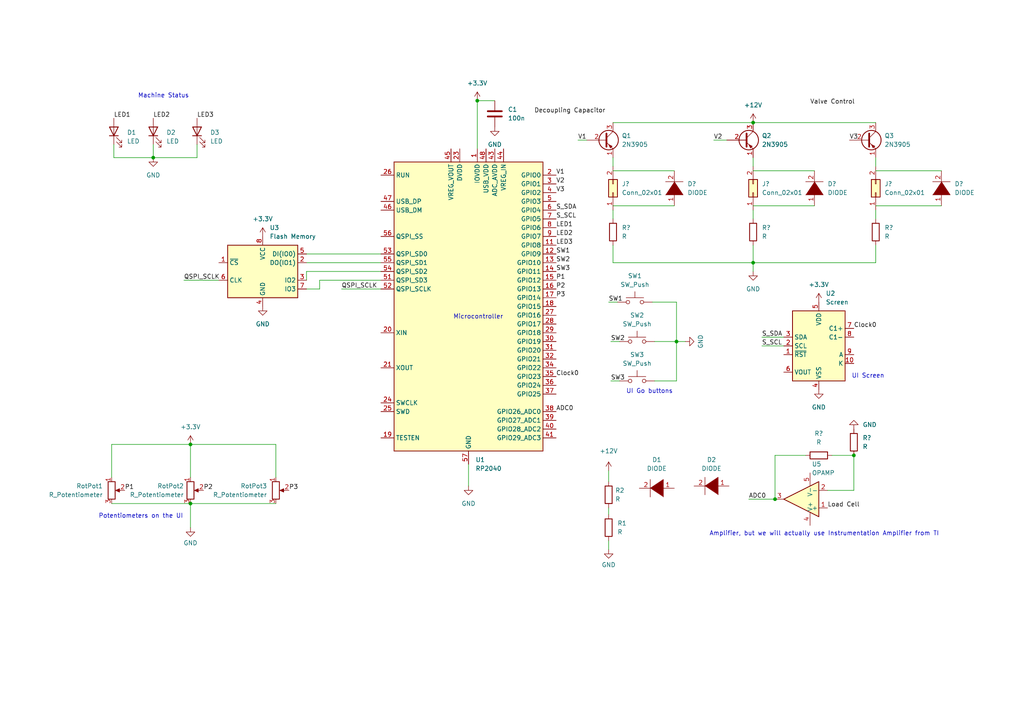
<source format=kicad_sch>
(kicad_sch (version 20211123) (generator eeschema)
  (paper "A4")
  (lib_symbols
    (symbol "Connector_Generic:Conn_02x01" (pin_names (offset 1.016) hide)
      (property "Reference" "J" (at 1.27 2.54 0))
      (property "Value" "Conn_02x01" (at 1.27 -2.54 0))
      (symbol "Conn_02x01_1_1"
        (rectangle (start -1.27 0.127) (end 0 -0.127) (stroke (width 0.1524)))
        (rectangle (start -1.27 1.27) (end 3.81 -1.27) (stroke (width 0.254)) (fill (type background)))
        (rectangle (start 3.81 0.127) (end 2.54 -0.127) (stroke (width 0.1524)))
        (pin passive line (at -5.08 0 0) (length 3.81) (name "Pin_1") (number "1"))
        (pin passive line (at 7.62 0 180) (length 3.81) (name "Pin_2") (number "2"))
      )
    )
    (symbol "Device:C" (pin_numbers hide) (pin_names (offset 0.254))
      (property "Reference" "C" (at 0.635 2.54 0))
      (property "Value" "C" (at 0.635 -2.54 0))
      (symbol "C_0_1"
        (polyline (pts (xy -2.032 -0.762) (xy 2.032 -0.762)) (stroke (width 0.508)))
        (polyline (pts (xy -2.032 0.762) (xy 2.032 0.762)) (stroke (width 0.508)))
      )
      (symbol "C_1_1"
        (pin passive line (at 0 3.81 270) (length 2.794) (name "~") (number "1"))
        (pin passive line (at 0 -3.81 90) (length 2.794) (name "~") (number "2"))
      )
    )
    (symbol "Device:LED" (pin_numbers hide) (pin_names (offset 1.016) hide)
      (property "Reference" "D" (at 0 2.54 0))
      (property "Value" "LED" (at 0 -2.54 0))
      (symbol "LED_0_1"
        (polyline (pts (xy -1.27 -1.27) (xy -1.27 1.27)) (stroke (width 0.254)))
        (polyline (pts (xy -1.27 0) (xy 1.27 0)))
        (polyline (pts (xy 1.27 -1.27) (xy 1.27 1.27) (xy -1.27 0) (xy 1.27 -1.27)) (stroke (width 0.254)))
        (polyline (pts (xy -3.048 -0.762) (xy -4.572 -2.286) (xy -3.81 -2.286) (xy -4.572 -2.286) (xy -4.572 -1.524)))
        (polyline (pts (xy -1.778 -0.762) (xy -3.302 -2.286) (xy -2.54 -2.286) (xy -3.302 -2.286) (xy -3.302 -1.524)))
      )
      (symbol "LED_1_1"
        (pin passive line (at -3.81 0 0) (length 2.54) (name "K") (number "1"))
        (pin passive line (at 3.81 0 180) (length 2.54) (name "A") (number "2"))
      )
    )
    (symbol "Device:R" (pin_numbers hide) (pin_names (offset 0))
      (property "Reference" "R" (at 2.032 0 90))
      (property "Value" "R" (at 0 0 90))
      (symbol "R_0_1"
        (rectangle (start -1.016 -2.54) (end 1.016 2.54) (stroke (width 0.254)))
      )
      (symbol "R_1_1"
        (pin passive line (at 0 3.81 270) (length 1.27) (name "~") (number "1"))
        (pin passive line (at 0 -3.81 90) (length 1.27) (name "~") (number "2"))
      )
    )
    (symbol "Device:R_Potentiometer" (pin_names (offset 1.016) hide)
      (property "Reference" "RV" (at -4.445 0 90))
      (property "Value" "R_Potentiometer" (at -2.54 0 90))
      (symbol "R_Potentiometer_0_1"
        (polyline (pts (xy 2.54 0) (xy 1.524 0)))
        (polyline (pts (xy 1.143 0) (xy 2.286 0.508) (xy 2.286 -0.508) (xy 1.143 0)) (fill (type outline)))
        (rectangle (start 1.016 2.54) (end -1.016 -2.54) (stroke (width 0.254)))
      )
      (symbol "R_Potentiometer_1_1"
        (pin passive line (at 0 3.81 270) (length 1.27) (name "1") (number "1"))
        (pin passive line (at 3.81 0 180) (length 1.27) (name "2") (number "2"))
        (pin passive line (at 0 -3.81 90) (length 1.27) (name "3") (number "3"))
      )
    )
    (symbol "Display_Character:NHD-C0220BIZ"
      (property "Reference" "U" (at -6.35 11.43 0))
      (property "Value" "NHD-C0220BIZ" (at 8.89 11.43 0))
      (symbol "NHD-C0220BIZ_0_1"
        (rectangle (start -7.62 10.16) (end 7.62 -10.16) (stroke (width 0.254)) (fill (type background)))
      )
      (symbol "NHD-C0220BIZ_1_1"
        (pin input line (at -10.16 -2.54 0) (length 2.54) (name "~{RST}") (number "1"))
        (pin passive line (at 10.16 -5.08 180) (length 2.54) (name "K") (number "10"))
        (pin input line (at -10.16 0 0) (length 2.54) (name "SCL") (number "2"))
        (pin bidirectional line (at -10.16 2.54 0) (length 2.54) (name "SDA") (number "3"))
        (pin power_in line (at 0 -12.7 90) (length 2.54) (name "VSS") (number "4"))
        (pin power_in line (at 0 12.7 270) (length 2.54) (name "VDD") (number "5"))
        (pin passive line (at -10.16 -7.62 0) (length 2.54) (name "VOUT") (number "6"))
        (pin passive line (at 10.16 5.08 180) (length 2.54) (name "C1+") (number "7"))
        (pin passive line (at 10.16 2.54 180) (length 2.54) (name "C1-") (number "8"))
        (pin passive line (at 10.16 -2.54 180) (length 2.54) (name "A") (number "9"))
      )
    )
    (symbol "MCU_RaspberryPi:RP2040"
      (property "Reference" "U" (at 17.78 45.72 0))
      (property "Value" "RP2040" (at 17.78 43.18 0))
      (symbol "RP2040_0_1"
        (rectangle (start -21.59 41.91) (end 21.59 -41.91) (stroke (width 0.254)) (fill (type background)))
      )
      (symbol "RP2040_1_1"
        (pin power_in line (at 2.54 45.72 270) (length 3.81) (name "IOVDD") (number "1"))
        (pin passive line (at 2.54 45.72 270) (length 3.81) hide (name "IOVDD") (number "10"))
        (pin bidirectional line (at 25.4 17.78 180) (length 3.81) (name "GPIO8") (number "11"))
        (pin bidirectional line (at 25.4 15.24 180) (length 3.81) (name "GPIO9") (number "12"))
        (pin bidirectional line (at 25.4 12.7 180) (length 3.81) (name "GPIO10") (number "13"))
        (pin bidirectional line (at 25.4 10.16 180) (length 3.81) (name "GPIO11") (number "14"))
        (pin bidirectional line (at 25.4 7.62 180) (length 3.81) (name "GPIO12") (number "15"))
        (pin bidirectional line (at 25.4 5.08 180) (length 3.81) (name "GPIO13") (number "16"))
        (pin bidirectional line (at 25.4 2.54 180) (length 3.81) (name "GPIO14") (number "17"))
        (pin bidirectional line (at 25.4 0 180) (length 3.81) (name "GPIO15") (number "18"))
        (pin input line (at -25.4 -38.1 0) (length 3.81) (name "TESTEN") (number "19"))
        (pin bidirectional line (at 25.4 38.1 180) (length 3.81) (name "GPIO0") (number "2"))
        (pin input line (at -25.4 -7.62 0) (length 3.81) (name "XIN") (number "20"))
        (pin passive line (at -25.4 -17.78 0) (length 3.81) (name "XOUT") (number "21"))
        (pin passive line (at 2.54 45.72 270) (length 3.81) hide (name "IOVDD") (number "22"))
        (pin power_in line (at -2.54 45.72 270) (length 3.81) (name "DVDD") (number "23"))
        (pin output line (at -25.4 -27.94 0) (length 3.81) (name "SWCLK") (number "24"))
        (pin bidirectional line (at -25.4 -30.48 0) (length 3.81) (name "SWD") (number "25"))
        (pin input line (at -25.4 38.1 0) (length 3.81) (name "RUN") (number "26"))
        (pin bidirectional line (at 25.4 -2.54 180) (length 3.81) (name "GPIO16") (number "27"))
        (pin bidirectional line (at 25.4 -5.08 180) (length 3.81) (name "GPIO17") (number "28"))
        (pin bidirectional line (at 25.4 -7.62 180) (length 3.81) (name "GPIO18") (number "29"))
        (pin bidirectional line (at 25.4 35.56 180) (length 3.81) (name "GPIO1") (number "3"))
        (pin bidirectional line (at 25.4 -10.16 180) (length 3.81) (name "GPIO19") (number "30"))
        (pin bidirectional line (at 25.4 -12.7 180) (length 3.81) (name "GPIO20") (number "31"))
        (pin bidirectional line (at 25.4 -15.24 180) (length 3.81) (name "GPIO21") (number "32"))
        (pin passive line (at 2.54 45.72 270) (length 3.81) hide (name "IOVDD") (number "33"))
        (pin bidirectional line (at 25.4 -17.78 180) (length 3.81) (name "GPIO22") (number "34"))
        (pin bidirectional line (at 25.4 -20.32 180) (length 3.81) (name "GPIO23") (number "35"))
        (pin bidirectional line (at 25.4 -22.86 180) (length 3.81) (name "GPIO24") (number "36"))
        (pin bidirectional line (at 25.4 -25.4 180) (length 3.81) (name "GPIO25") (number "37"))
        (pin bidirectional line (at 25.4 -30.48 180) (length 3.81) (name "GPIO26_ADC0") (number "38"))
        (pin bidirectional line (at 25.4 -33.02 180) (length 3.81) (name "GPIO27_ADC1") (number "39"))
        (pin bidirectional line (at 25.4 33.02 180) (length 3.81) (name "GPIO2") (number "4"))
        (pin bidirectional line (at 25.4 -35.56 180) (length 3.81) (name "GPIO28_ADC2") (number "40"))
        (pin bidirectional line (at 25.4 -38.1 180) (length 3.81) (name "GPIO29_ADC3") (number "41"))
        (pin passive line (at 2.54 45.72 270) (length 3.81) hide (name "IOVDD") (number "42"))
        (pin power_in line (at 7.62 45.72 270) (length 3.81) (name "ADC_AVDD") (number "43"))
        (pin power_in line (at 10.16 45.72 270) (length 3.81) (name "VREG_IN") (number "44"))
        (pin power_out line (at -5.08 45.72 270) (length 3.81) (name "VREG_VOUT") (number "45"))
        (pin bidirectional line (at -25.4 27.94 0) (length 3.81) (name "USB_DM") (number "46"))
        (pin bidirectional line (at -25.4 30.48 0) (length 3.81) (name "USB_DP") (number "47"))
        (pin power_in line (at 5.08 45.72 270) (length 3.81) (name "USB_VDD") (number "48"))
        (pin passive line (at 2.54 45.72 270) (length 3.81) hide (name "IOVDD") (number "49"))
        (pin bidirectional line (at 25.4 30.48 180) (length 3.81) (name "GPIO3") (number "5"))
        (pin passive line (at -2.54 45.72 270) (length 3.81) hide (name "DVDD") (number "50"))
        (pin bidirectional line (at -25.4 7.62 0) (length 3.81) (name "QSPI_SD3") (number "51"))
        (pin output line (at -25.4 5.08 0) (length 3.81) (name "QSPI_SCLK") (number "52"))
        (pin bidirectional line (at -25.4 15.24 0) (length 3.81) (name "QSPI_SD0") (number "53"))
        (pin bidirectional line (at -25.4 10.16 0) (length 3.81) (name "QSPI_SD2") (number "54"))
        (pin bidirectional line (at -25.4 12.7 0) (length 3.81) (name "QSPI_SD1") (number "55"))
        (pin bidirectional line (at -25.4 20.32 0) (length 3.81) (name "QSPI_SS") (number "56"))
        (pin power_in line (at 0 -45.72 90) (length 3.81) (name "GND") (number "57"))
        (pin bidirectional line (at 25.4 27.94 180) (length 3.81) (name "GPIO4") (number "6"))
        (pin bidirectional line (at 25.4 25.4 180) (length 3.81) (name "GPIO5") (number "7"))
        (pin bidirectional line (at 25.4 22.86 180) (length 3.81) (name "GPIO6") (number "8"))
        (pin bidirectional line (at 25.4 20.32 180) (length 3.81) (name "GPIO7") (number "9"))
      )
    )
    (symbol "Memory_Flash:W25Q32JVSS"
      (property "Reference" "U" (at -8.89 8.89 0))
      (property "Value" "W25Q32JVSS" (at 7.62 8.89 0))
      (symbol "W25Q32JVSS_0_1"
        (rectangle (start -10.16 7.62) (end 10.16 -7.62) (stroke (width 0.254)) (fill (type background)))
      )
      (symbol "W25Q32JVSS_1_1"
        (pin input line (at -12.7 2.54 0) (length 2.54) (name "~{CS}") (number "1"))
        (pin bidirectional line (at 12.7 2.54 180) (length 2.54) (name "DO(IO1)") (number "2"))
        (pin bidirectional line (at 12.7 -2.54 180) (length 2.54) (name "IO2") (number "3"))
        (pin power_in line (at 0 -10.16 90) (length 2.54) (name "GND") (number "4"))
        (pin bidirectional line (at 12.7 5.08 180) (length 2.54) (name "DI(IO0)") (number "5"))
        (pin input line (at -12.7 -2.54 0) (length 2.54) (name "CLK") (number "6"))
        (pin bidirectional line (at 12.7 -5.08 180) (length 2.54) (name "IO3") (number "7"))
        (pin power_in line (at 0 10.16 270) (length 2.54) (name "VCC") (number "8"))
      )
    )
    (symbol "Switch:SW_Push" (pin_numbers hide) (pin_names (offset 1.016) hide)
      (property "Reference" "SW" (at 1.27 2.54 0))
      (property "Value" "SW_Push" (at 0 -1.524 0))
      (symbol "SW_Push_0_1"
        (circle (center -2.032 0) (radius 0.508))
        (polyline (pts (xy 0 1.27) (xy 0 3.048)))
        (polyline (pts (xy 2.54 1.27) (xy -2.54 1.27)))
        (circle (center 2.032 0) (radius 0.508))
        (pin passive line (at -5.08 0 0) (length 2.54) (name "1") (number "1"))
        (pin passive line (at 5.08 0 180) (length 2.54) (name "2") (number "2"))
      )
    )
    (symbol "Transistor_BJT:2N3905" (pin_names (offset 0) hide)
      (property "Reference" "Q" (at 5.08 1.905 0))
      (property "Value" "2N3905" (at 5.08 0 0))
      (symbol "2N3905_0_1"
        (polyline (pts (xy 0.635 0.635) (xy 2.54 2.54)))
        (polyline (pts (xy 0.635 -0.635) (xy 2.54 -2.54) (xy 2.54 -2.54)))
        (polyline (pts (xy 0.635 1.905) (xy 0.635 -1.905) (xy 0.635 -1.905)) (stroke (width 0.508)))
        (polyline (pts (xy 2.286 -1.778) (xy 1.778 -2.286) (xy 1.27 -1.27) (xy 2.286 -1.778) (xy 2.286 -1.778)) (fill (type outline)))
        (circle (center 1.27 0) (radius 2.8194) (stroke (width 0.254)))
      )
      (symbol "2N3905_1_1"
        (pin passive line (at 2.54 -5.08 90) (length 2.54) (name "E") (number "1"))
        (pin input line (at -5.08 0 0) (length 5.715) (name "B") (number "2"))
        (pin passive line (at 2.54 5.08 270) (length 2.54) (name "C") (number "3"))
      )
    )
    (symbol "power:+12V" (power) (pin_names (offset 0))
      (property "Value" "+12V" (at 0 3.556 0))
      (symbol "+12V_0_1"
        (polyline (pts (xy -0.762 1.27) (xy 0 2.54)))
        (polyline (pts (xy 0 0) (xy 0 2.54)))
        (polyline (pts (xy 0 2.54) (xy 0.762 1.27)))
      )
      (symbol "+12V_1_1"
        (pin power_in line (at 0 0 90) (length 0) hide (name "+12V") (number "1"))
      )
    )
    (symbol "power:+3.3V" (power) (pin_names (offset 0))
      (property "Value" "+3.3V" (at 0 3.556 0))
      (symbol "+3.3V_0_1"
        (polyline (pts (xy -0.762 1.27) (xy 0 2.54)))
        (polyline (pts (xy 0 0) (xy 0 2.54)))
        (polyline (pts (xy 0 2.54) (xy 0.762 1.27)))
      )
      (symbol "+3.3V_1_1"
        (pin power_in line (at 0 0 90) (length 0) hide (name "+3.3V") (number "1"))
      )
    )
    (symbol "power:GND" (power) (pin_names (offset 0))
      (property "Value" "GND" (at 0 -3.81 0))
      (symbol "GND_0_1"
        (polyline (pts (xy 0 0) (xy 0 -1.27) (xy 1.27 -1.27) (xy 0 -2.54) (xy -1.27 -1.27) (xy 0 -1.27)))
      )
      (symbol "GND_1_1"
        (pin power_in line (at 0 0 270) (length 0) hide (name "GND") (number "1"))
      )
    )
    (symbol "pspice:DIODE" (pin_names (offset 1.016) hide)
      (property "Reference" "D" (at 0 3.81 0))
      (property "Value" "DIODE" (at 0 -4.445 0))
      (symbol "DIODE_0_1"
        (polyline (pts (xy 1.905 2.54) (xy 1.905 -2.54)))
        (polyline (pts (xy -1.905 2.54) (xy -1.905 -2.54) (xy 1.905 0)) (fill (type outline)))
      )
      (symbol "DIODE_1_1"
        (pin input line (at -5.08 0 0) (length 3.81) (name "K") (number "1"))
        (pin input line (at 5.08 0 180) (length 3.81) (name "A") (number "2"))
      )
    )
    (symbol "pspice:OPAMP" (pin_names (offset 0.254))
      (property "Reference" "U" (at 3.81 3.175 0))
      (property "Value" "OPAMP" (at 3.81 -3.175 0))
      (symbol "OPAMP_0_1"
        (polyline (pts (xy 5.08 0) (xy -5.08 5.08) (xy -5.08 -5.08) (xy 5.08 0)) (stroke (width 0.254)) (fill (type background)))
      )
      (symbol "OPAMP_1_1"
        (pin input line (at -7.62 2.54 0) (length 2.54) (name "+") (number "1"))
        (pin input line (at -7.62 -2.54 0) (length 2.54) (name "-") (number "2"))
        (pin output line (at 7.62 0 180) (length 2.54) (name "~") (number "3"))
        (pin power_in line (at -2.54 7.62 270) (length 3.81) (name "V+") (number "4"))
        (pin power_in line (at -2.54 -7.62 90) (length 3.81) (name "V-") (number "5"))
      )
    )
  )
  (junction (at 224.79 144.78))
  (junction (at 44.45 45.72))
  (junction (at 138.43 29.21))
  (junction (at 218.44 35.56))
  (junction (at 196.215 99.06))
  (junction (at 55.245 128.905))
  (junction (at 55.245 146.05))
  (junction (at 247.65 132.08))
  (junction (at 218.44 76.2))
  (wire (pts (xy 254 49.53) (xy 273.05 49.53)))
  (wire (pts (xy 55.245 146.05) (xy 55.245 153.035)))
  (wire (pts (xy 177.8 49.53) (xy 195.58 49.53)))
  (wire (pts (xy 177.165 99.06) (xy 179.705 99.06)))
  (wire (pts (xy 218.44 49.53) (xy 236.22 49.53)))
  (wire (pts (xy 88.9 73.66) (xy 110.49 73.66)))
  (wire (pts (xy 177.8 35.56) (xy 218.44 35.56)))
  (wire (pts (xy 138.43 29.21) (xy 138.43 43.18)))
  (wire (pts (xy 196.215 87.63) (xy 196.215 99.06)))
  (wire (pts (xy 196.215 99.06) (xy 198.755 99.06)))
  (wire (pts (xy 88.9 81.28) (xy 88.9 78.74)))
  (wire (pts (xy 254 76.2) (xy 254 71.12)))
  (wire (pts (xy 44.45 45.72) (xy 57.15 45.72)))
  (wire (pts (xy 189.865 110.49) (xy 196.215 110.49)))
  (wire (pts (xy 138.43 29.21) (xy 143.51 29.21)))
  (wire (pts (xy 32.385 128.905) (xy 55.245 128.905)))
  (wire (pts (xy 254 63.5) (xy 254 60.96)))
  (wire (pts (xy 32.385 138.43) (xy 32.385 128.905)))
  (wire (pts (xy 254 59.69) (xy 273.05 59.69)))
  (wire (pts (xy 254 48.26) (xy 254 45.72)))
  (wire (pts (xy 32.385 146.05) (xy 55.245 146.05)))
  (wire (pts (xy 55.245 128.905) (xy 55.245 138.43)))
  (wire (pts (xy 220.98 100.33) (xy 227.33 100.33)))
  (wire (pts (xy 218.44 48.26) (xy 218.44 45.72)))
  (wire (pts (xy 247.65 142.24) (xy 247.65 132.08)))
  (wire (pts (xy 220.98 97.79) (xy 227.33 97.79)))
  (wire (pts (xy 218.44 35.56) (xy 254 35.56)))
  (wire (pts (xy 196.215 110.49) (xy 196.215 99.06)))
  (wire (pts (xy 207.01 40.64) (xy 210.82 40.64)))
  (wire (pts (xy 135.89 140.97) (xy 135.89 134.62)))
  (wire (pts (xy 177.8 59.69) (xy 195.58 59.69)))
  (wire (pts (xy 177.8 48.26) (xy 177.8 45.72)))
  (wire (pts (xy 88.9 76.2) (xy 110.49 76.2)))
  (wire (pts (xy 177.8 76.2) (xy 177.8 71.12)))
  (wire (pts (xy 247.65 132.08) (xy 241.3 132.08)))
  (wire (pts (xy 189.23 87.63) (xy 196.215 87.63)))
  (wire (pts (xy 92.71 83.82) (xy 92.71 81.28)))
  (wire (pts (xy 233.68 132.08) (xy 224.79 132.08)))
  (wire (pts (xy 177.8 76.2) (xy 218.44 76.2)))
  (wire (pts (xy 218.44 78.74) (xy 218.44 76.2)))
  (wire (pts (xy 88.9 78.74) (xy 110.49 78.74)))
  (wire (pts (xy 217.17 144.78) (xy 224.79 144.78)))
  (wire (pts (xy 44.45 41.91) (xy 44.45 45.72)))
  (wire (pts (xy 240.03 142.24) (xy 247.65 142.24)))
  (wire (pts (xy 57.15 45.72) (xy 57.15 41.91)))
  (wire (pts (xy 55.245 146.05) (xy 80.01 146.05)))
  (wire (pts (xy 176.53 136.525) (xy 176.53 139.7)))
  (wire (pts (xy 33.02 45.72) (xy 44.45 45.72)))
  (wire (pts (xy 88.9 83.82) (xy 92.71 83.82)))
  (wire (pts (xy 218.44 76.2) (xy 218.44 71.12)))
  (wire (pts (xy 92.71 81.28) (xy 110.49 81.28)))
  (wire (pts (xy 176.53 156.845) (xy 176.53 159.385)))
  (wire (pts (xy 53.34 81.28) (xy 63.5 81.28)))
  (wire (pts (xy 80.01 128.905) (xy 55.245 128.905)))
  (wire (pts (xy 224.79 132.08) (xy 224.79 144.78)))
  (wire (pts (xy 33.02 41.91) (xy 33.02 45.72)))
  (wire (pts (xy 218.44 63.5) (xy 218.44 60.96)))
  (wire (pts (xy 80.01 138.43) (xy 80.01 128.905)))
  (wire (pts (xy 167.64 40.64) (xy 170.18 40.64)))
  (wire (pts (xy 177.8 63.5) (xy 177.8 60.96)))
  (wire (pts (xy 176.53 147.32) (xy 176.53 149.225)))
  (wire (pts (xy 218.44 76.2) (xy 254 76.2)))
  (wire (pts (xy 177.165 110.49) (xy 179.705 110.49)))
  (wire (pts (xy 176.53 87.63) (xy 179.07 87.63)))
  (wire (pts (xy 218.44 59.69) (xy 236.22 59.69)))
  (wire (pts (xy 196.215 99.06) (xy 189.865 99.06)))
  (wire (pts (xy 99.06 83.82) (xy 110.49 83.82)))
  (text "Machine Status\n" (at 40.005 28.575 0) (effects (font (size 1.27 1.27)) (justify left bottom)))
  (text "Microcontroller\n" (at 131.445 92.71 0) (effects (font (size 1.27 1.27)) (justify left bottom)))
  (text "We need:\n1. Voltage transformer\n2. Power supply " (at -26.035 64.77 0) (effects (font (size 1.27 1.27)) (justify left bottom)))
  (text "Potentiometers on the UI\n" (at 28.575 150.495 0) (effects (font (size 1.27 1.27)) (justify left bottom)))
  (text "UI Go buttons\n" (at 181.61 114.3 0) (effects (font (size 1.27 1.27)) (justify left bottom)))
  (text "UI Screen\n" (at 247.015 109.855 0) (effects (font (size 1.27 1.27)) (justify left bottom)))
  (text "Amplifier, but we will actually use Instrumentation Amplifier from TI" (at 205.74 155.575 0) (effects (font (size 1.27 1.27)) (justify left bottom)))
  (label "P2" (at 59.055 142.24 0))
  (label "LED1" (at 161.29 66.04 0))
  (label "SW2" (at 161.29 76.2 0))
  (label "P1" (at 36.195 142.24 0))
  (label "S_SCL" (at 161.29 63.5 0))
  (label "LED3" (at 57.15 34.29 0))
  (label "S_SCL" (at 220.98 100.33 0))
  (label "P2" (at 161.29 83.82 0))
  (label "SW1" (at 161.29 73.66 0))
  (label "V1" (at 167.64 40.64 0))
  (label "QSPI_SCLK" (at 53.34 81.28 0))
  (label "SW2" (at 177.165 99.06 0))
  (label "V3" (at 246.38 40.64 0))
  (label "LED1" (at 33.02 34.29 0))
  (label "V2" (at 207.01 40.64 0))
  (label "SW3" (at 161.29 78.74 0))
  (label "P1" (at 161.29 81.28 0))
  (label "P3" (at 161.29 86.36 0))
  (label "Clock0" (at 161.29 109.22 0))
  (label "Valve Control" (at 234.95 30.48 0))
  (label "S_SDA" (at 220.98 97.79 0))
  (label "Clock0" (at 247.65 95.25 0))
  (label "V3" (at 161.29 55.88 0))
  (label "ADC0" (at 217.17 144.78 0))
  (label "Decoupling Capacitor" (at 154.94 33.02 0))
  (label "LED2" (at 44.45 34.29 0))
  (label "LED2" (at 161.29 68.58 0))
  (label "SW1" (at 176.53 87.63 0))
  (label "LED3" (at 161.29 71.12 0))
  (label "S_SDA" (at 161.29 60.96 0))
  (label "QSPI_SCLK" (at 99.06 83.82 0))
  (label "V2" (at 161.29 53.34 0))
  (label "P3" (at 83.82 142.24 0))
  (label "Load Cell" (at 240.03 147.32 0))
  (label "SW3" (at 177.165 110.49 0))
  (label "V1" (at 161.29 50.8 0))
  (label "ADC0" (at 161.29 119.38 0))
  (symbol (lib_id "power:+3.3V") (at 237.49 87.63 0) (unit 1)
    (property "Reference" "#PWR?" (effects hide))
    (property "Value" "+3.3V" (at 237.49 82.55 0))
  )
  (symbol (lib_id "Device:R") (at 218.44 67.31 0) (unit 1)
    (property "Reference" "R?" (at 220.98 66.0399 0) (effects (justify left)))
    (property "Value" "R" (at 220.98 68.5799 0) (effects (justify left)))
  )
  (symbol (lib_id "Connector_Generic:Conn_02x01") (at 177.8 55.88 90) (unit 1)
    (property "Reference" "J?" (at 180.34 53.3399 90) (effects (justify right)))
    (property "Value" "Conn_02x01" (at 180.34 55.8799 90) (effects (justify right)))
  )
  (symbol (lib_id "Device:R") (at 176.53 153.035 0) (unit 1)
    (property "Reference" "R1" (at 179.07 151.7649 0) (effects (justify left)))
    (property "Value" "R" (at 179.07 154.3049 0) (effects (justify left)))
  )
  (symbol (lib_id "pspice:DIODE") (at 273.05 54.61 90) (unit 1)
    (property "Reference" "D?" (at 276.86 53.3399 90) (effects (justify right)))
    (property "Value" "DIODE" (at 276.86 55.8799 90) (effects (justify right)))
  )
  (symbol (lib_id "power:GND") (at 218.44 78.74 0) (unit 1)
    (property "Reference" "#PWR?" (effects hide))
    (property "Value" "GND" (at 218.44 83.82 0))
  )
  (symbol (lib_id "pspice:DIODE") (at 236.22 54.61 90) (unit 1)
    (property "Reference" "D?" (at 240.03 53.3399 90) (effects (justify right)))
    (property "Value" "DIODE" (at 240.03 55.8799 90) (effects (justify right)))
  )
  (symbol (lib_id "power:GND") (at 247.65 124.46 180) (unit 1)
    (property "Reference" "#PWR?" (effects hide))
    (property "Value" "GND" (at 250.19 123.1899 0) (effects (justify right)))
  )
  (symbol (lib_id "Transistor_BJT:2N3905") (at 251.46 40.64 0) (unit 1)
    (property "Reference" "Q3" (at 256.54 39.3699 0) (effects (justify left)))
    (property "Value" "2N3905" (at 256.54 41.9099 0) (effects (justify left)))
    (property "Footprint" "Package_TO_SOT_THT:TO-92_Inline" (effects hide))
    (property "Datasheet" "https://www.nteinc.com/specs/original/2N3905_06.pdf" (effects hide))
  )
  (symbol (lib_id "pspice:DIODE") (at 190.5 141.605 180) (unit 1)
    (property "Reference" "D1" (at 190.5 133.35 0))
    (property "Value" "DIODE" (at 190.5 135.89 0))
  )
  (symbol (lib_id "Connector_Generic:Conn_02x01") (at 218.44 55.88 90) (unit 1)
    (property "Reference" "J?" (at 220.98 53.3399 90) (effects (justify right)))
    (property "Value" "Conn_02x01" (at 220.98 55.8799 90) (effects (justify right)))
  )
  (symbol (lib_id "power:GND") (at 55.245 153.035 0) (unit 1)
    (property "Reference" "#PWR?" (effects hide))
    (property "Value" "GND" (at 55.245 157.48 0))
  )
  (symbol (lib_id "power:+12V") (at 218.44 35.56 0) (unit 1)
    (property "Reference" "#PWR?" (effects hide))
    (property "Value" "+12V" (at 218.44 30.48 0))
  )
  (symbol (lib_id "pspice:DIODE") (at 195.58 54.61 90) (unit 1)
    (property "Reference" "D?" (at 199.39 53.3399 90) (effects (justify right)))
    (property "Value" "DIODE" (at 199.39 55.8799 90) (effects (justify right)))
  )
  (symbol (lib_id "pspice:DIODE") (at 206.375 140.97 180) (unit 1)
    (property "Reference" "D2" (at 206.375 133.35 0))
    (property "Value" "DIODE" (at 206.375 135.89 0))
  )
  (symbol (lib_id "Transistor_BJT:2N3905") (at 175.26 40.64 0) (unit 1)
    (property "Reference" "Q1" (at 180.34 39.3699 0) (effects (justify left)))
    (property "Value" "2N3905" (at 180.34 41.9099 0) (effects (justify left)))
    (property "Footprint" "Package_TO_SOT_THT:TO-92_Inline" (effects hide))
    (property "Datasheet" "https://www.nteinc.com/specs/original/2N3905_06.pdf" (effects hide))
  )
  (symbol (lib_id "power:GND") (at 198.755 99.06 90) (unit 1)
    (property "Reference" "#PWR?" (effects hide))
    (property "Value" "GND" (at 203.2 99.06 0))
  )
  (symbol (lib_id "Device:R_Potentiometer") (at 80.01 142.24 0) (unit 1)
    (property "Reference" "RotPot3" (at 77.47 140.9699 0) (effects (justify right)))
    (property "Value" "R_Potentiometer" (at 77.47 143.5099 0) (effects (justify right)))
  )
  (symbol (lib_id "Device:R") (at 254 67.31 0) (unit 1)
    (property "Reference" "R?" (at 256.54 66.0399 0) (effects (justify left)))
    (property "Value" "R" (at 256.54 68.5799 0) (effects (justify left)))
  )
  (symbol (lib_id "power:+12V") (at 176.53 136.525 0) (unit 1)
    (property "Reference" "#PWR?" (effects hide))
    (property "Value" "+12V" (at 176.53 130.81 0))
  )
  (symbol (lib_id "Device:LED") (at 57.15 38.1 90) (unit 1)
    (property "Reference" "D3" (at 60.96 38.4174 90) (effects (justify right)))
    (property "Value" "LED" (at 60.96 40.9574 90) (effects (justify right)))
  )
  (symbol (lib_id "Switch:SW_Push") (at 184.785 99.06 0) (unit 1)
    (property "Reference" "SW2" (at 184.785 91.44 0))
    (property "Value" "SW_Push" (at 184.785 93.98 0))
  )
  (symbol (lib_id "Device:C") (at 143.51 33.02 0) (unit 1)
    (property "Reference" "C1" (at 147.32 31.7499 0) (effects (justify left)))
    (property "Value" "100n" (at 147.32 34.2899 0) (effects (justify left)))
  )
  (symbol (lib_id "Device:R_Potentiometer") (at 55.245 142.24 0) (unit 1)
    (property "Reference" "RotPot2" (at 53.34 140.9699 0) (effects (justify right)))
    (property "Value" "R_Potentiometer" (at 53.34 143.5099 0) (effects (justify right)))
  )
  (symbol (lib_id "power:GND") (at 237.49 113.03 0) (unit 1)
    (property "Reference" "#PWR?" (effects hide))
    (property "Value" "GND" (at 237.49 118.11 0))
  )
  (symbol (lib_id "power:GND") (at 76.2 88.9 0) (unit 1)
    (property "Reference" "#PWR?" (effects hide))
    (property "Value" "GND" (at 76.2 93.98 0))
  )
  (symbol (lib_id "Device:R") (at 237.49 132.08 270) (unit 1)
    (property "Reference" "R?" (at 237.49 125.73 90))
    (property "Value" "R" (at 237.49 128.27 90))
  )
  (symbol (lib_id "power:+3.3V") (at 55.245 128.905 0) (unit 1)
    (property "Reference" "#PWR?" (effects hide))
    (property "Value" "+3.3V" (at 55.245 123.825 0))
  )
  (symbol (lib_id "Device:R") (at 177.8 67.31 0) (unit 1)
    (property "Reference" "R?" (at 180.34 66.0399 0) (effects (justify left)))
    (property "Value" "R" (at 180.34 68.5799 0) (effects (justify left)))
  )
  (symbol (lib_id "Switch:SW_Push") (at 184.15 87.63 0) (unit 1)
    (property "Reference" "SW1" (at 184.15 80.01 0))
    (property "Value" "SW_Push" (at 184.15 82.55 0))
  )
  (symbol (lib_id "Switch:SW_Push") (at 184.785 110.49 0) (unit 1)
    (property "Reference" "SW3" (at 184.785 102.87 0))
    (property "Value" "SW_Push" (at 184.785 105.41 0))
  )
  (symbol (lib_id "Display_Character:NHD-C0220BIZ") (at 237.49 100.33 0) (unit 1)
    (property "Reference" "U2" (at 239.5094 85.09 0) (effects (justify left)))
    (property "Value" "Screen" (at 239.5094 87.63 0) (effects (justify left)))
    (property "Footprint" "Display:NHD-C0220BiZ" (effects hide))
    (property "Datasheet" "http://www.newhavendisplay.com/specs/NHD-C0220BiZ-FSW-FBW-3V3M.pdf" (effects hide))
  )
  (symbol (lib_id "Connector_Generic:Conn_02x01") (at 254 55.88 90) (unit 1)
    (property "Reference" "J?" (at 256.54 53.3399 90) (effects (justify right)))
    (property "Value" "Conn_02x01" (at 256.54 55.8799 90) (effects (justify right)))
  )
  (symbol (lib_id "power:GND") (at 176.53 159.385 0) (unit 1)
    (property "Reference" "#PWR?" (effects hide))
    (property "Value" "GND" (at 176.53 163.83 0))
  )
  (symbol (lib_id "power:+3.3V") (at 138.43 29.21 0) (unit 1)
    (property "Reference" "#PWR?" (effects hide))
    (property "Value" "+3.3V" (at 138.43 24.13 0))
  )
  (symbol (lib_id "Device:R_Potentiometer") (at 32.385 142.24 0) (unit 1)
    (property "Reference" "RotPot1" (at 29.845 140.9699 0) (effects (justify right)))
    (property "Value" "R_Potentiometer " (at 29.845 143.5099 0) (effects (justify right)))
  )
  (symbol (lib_id "power:GND") (at 135.89 140.97 0) (unit 1)
    (property "Reference" "#PWR?" (effects hide))
    (property "Value" "GND" (at 135.89 146.05 0))
  )
  (symbol (lib_id "power:+3.3V") (at 76.2 68.58 0) (unit 1)
    (property "Reference" "#PWR?" (effects hide))
    (property "Value" "+3.3V" (at 76.2 63.5 0))
  )
  (symbol (lib_id "Device:R") (at 176.53 143.51 0) (unit 1)
    (property "Reference" "R2" (at 178.435 142.2399 0) (effects (justify left)))
    (property "Value" "R" (at 178.435 144.7799 0) (effects (justify left)))
  )
  (symbol (lib_id "Device:R") (at 247.65 128.27 180) (unit 1)
    (property "Reference" "R?" (at 250.19 126.9999 0) (effects (justify right)))
    (property "Value" "R" (at 250.19 129.5399 0) (effects (justify right)))
  )
  (symbol (lib_id "power:GND") (at 44.45 45.72 0) (unit 1)
    (property "Reference" "#PWR?" (effects hide))
    (property "Value" "GND" (at 44.45 50.8 0))
  )
  (symbol (lib_id "power:GND") (at 143.51 36.83 0) (unit 1)
    (property "Reference" "#PWR?" (effects hide))
    (property "Value" "GND" (at 143.51 41.91 0))
  )
  (symbol (lib_id "Device:LED") (at 44.45 38.1 90) (unit 1)
    (property "Reference" "D2" (at 48.26 38.4174 90) (effects (justify right)))
    (property "Value" "LED" (at 48.26 40.9574 90) (effects (justify right)))
  )
  (symbol (lib_id "Memory_Flash:W25Q32JVSS") (at 76.2 78.74 0) (unit 1)
    (property "Reference" "U3" (at 78.2194 66.04 0) (effects (justify left)))
    (property "Value" "Flash Memory" (at 78.2194 68.58 0) (effects (justify left)))
    (property "Footprint" "Package_SO:SOIC-8_5.23x5.23mm_P1.27mm" (effects hide))
    (property "Datasheet" "http://www.winbond.com/resource-files/w25q32jv%20revg%2003272018%20plus.pdf" (effects hide))
  )
  (symbol (lib_id "pspice:OPAMP") (at 232.41 144.78 180) (unit 1)
    (property "Reference" "U5" (at 235.4706 134.62 0) (effects (justify right)))
    (property "Value" "OPAMP" (at 235.4706 137.16 0) (effects (justify right)))
  )
  (symbol (lib_id "Transistor_BJT:2N3905") (at 215.9 40.64 0) (unit 1)
    (property "Reference" "Q2" (at 220.98 39.3699 0) (effects (justify left)))
    (property "Value" "2N3905" (at 220.98 41.9099 0) (effects (justify left)))
    (property "Footprint" "Package_TO_SOT_THT:TO-92_Inline" (effects hide))
    (property "Datasheet" "https://www.nteinc.com/specs/original/2N3905_06.pdf" (effects hide))
  )
  (symbol (lib_id "MCU_RaspberryPi:RP2040") (at 135.89 88.9 0) (unit 1)
    (property "Reference" "U1" (at 137.9094 133.35 0) (effects (justify left)))
    (property "Value" "RP2040" (at 137.9094 135.89 0) (effects (justify left)))
    (property "Footprint" "Package_DFN_QFN:QFN-56-1EP_7x7mm_P0.4mm_EP3.2x3.2mm" (effects hide))
    (property "Datasheet" "https://datasheets.raspberrypi.com/rp2040/rp2040-datasheet.pdf" (effects hide))
  )
  (symbol (lib_id "Device:LED") (at 33.02 38.1 90) (unit 1)
    (property "Reference" "D1" (at 36.83 38.4174 90) (effects (justify right)))
    (property "Value" "LED" (at 36.83 40.9574 90) (effects (justify right)))
  )
)
</source>
